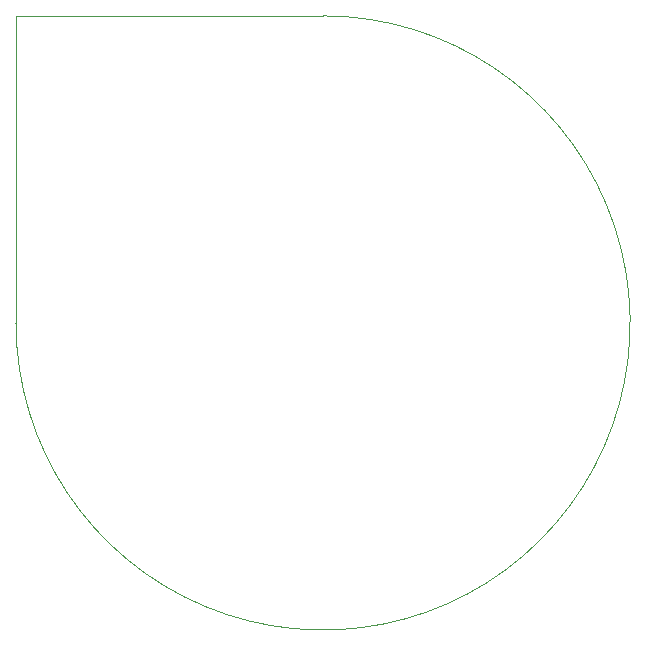
<source format=gbr>
G04 #@! TF.GenerationSoftware,KiCad,Pcbnew,5.1.5-52549c5~84~ubuntu18.04.1*
G04 #@! TF.CreationDate,2020-02-13T00:00:33+01:00*
G04 #@! TF.ProjectId,chase,63686173-652e-46b6-9963-61645f706362,rev?*
G04 #@! TF.SameCoordinates,Original*
G04 #@! TF.FileFunction,Profile,NP*
%FSLAX46Y46*%
G04 Gerber Fmt 4.6, Leading zero omitted, Abs format (unit mm)*
G04 Created by KiCad (PCBNEW 5.1.5-52549c5~84~ubuntu18.04.1) date 2020-02-13 00:00:33*
%MOMM*%
%LPD*%
G04 APERTURE LIST*
%ADD10C,0.100000*%
G04 APERTURE END LIST*
D10*
X100750000Y-100750000D02*
X126750000Y-100750000D01*
X100750000Y-126750000D02*
G75*
G03X126750000Y-100750000I26000000J0D01*
G01*
X100750000Y-100750000D02*
X100750000Y-126750000D01*
M02*

</source>
